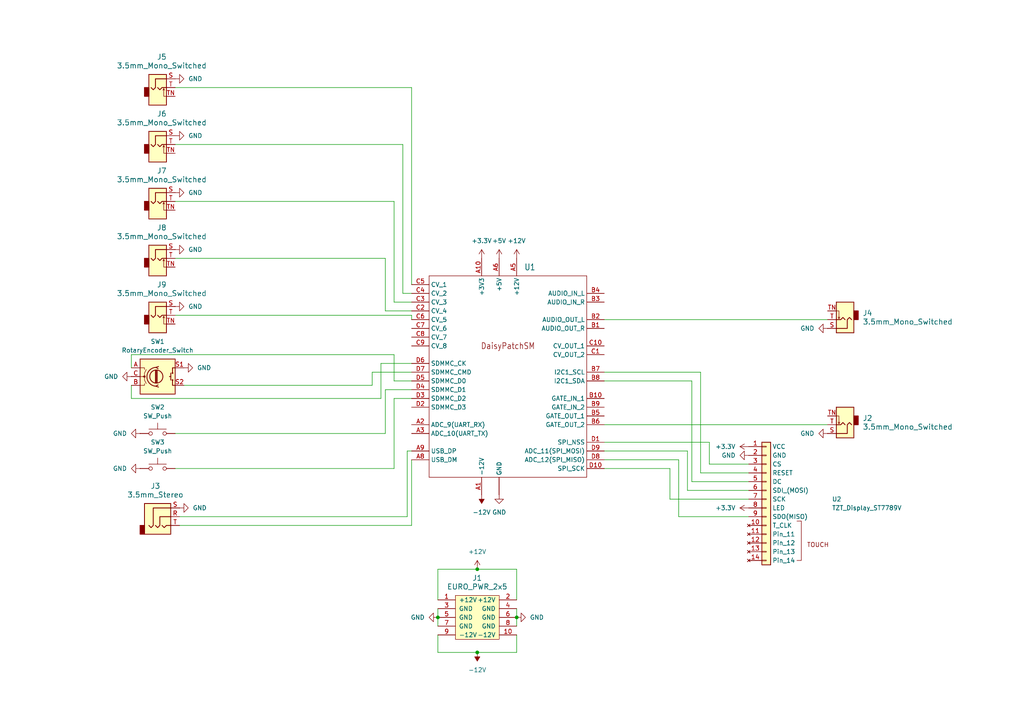
<source format=kicad_sch>
(kicad_sch (version 20231120) (generator "eeschema") (generator_version "8.0")
  (paper "A4")
  (lib_symbols
    (symbol "Device:RotaryEncoder_Switch" (pin_names (offset 0.254) hide)
      (property "Reference" "SW" (at 0 6.604 0))
      (property "Value" "RotaryEncoder_Switch" (at 0 -6.604 0))
      (symbol "RotaryEncoder_Switch_0_1"
        (rectangle (start -5.08 5.08) (end 5.08 -5.08) (stroke (width 0.254)) (fill (type background)))
        (circle (center -3.81 0) (radius 0.254) (fill (type outline)))
        (circle (center -0.381 0) (radius 1.905) (stroke (width 0.254)))
        (arc (start -0.381 2.667) (mid -3.0988 -0.0635) (end -0.381 -2.794) (stroke (width 0.254)))
        (polyline (pts (xy -0.635 -1.778) (xy -0.635 1.778)) (stroke (width 0.254)))
        (polyline (pts (xy -0.381 -1.778) (xy -0.381 1.778)) (stroke (width 0.254)))
        (polyline (pts (xy -0.127 1.778) (xy -0.127 -1.778)) (stroke (width 0.254)))
        (polyline (pts (xy 3.81 0) (xy 3.429 0)) (stroke (width 0.254)))
        (polyline (pts (xy 3.81 1.016) (xy 3.81 -1.016)) (stroke (width 0.254)))
        (polyline (pts (xy -5.08 -2.54) (xy -3.81 -2.54) (xy -3.81 -2.032)))
        (polyline (pts (xy -5.08 2.54) (xy -3.81 2.54) (xy -3.81 2.032)))
        (polyline (pts (xy 0.254 -3.048) (xy -0.508 -2.794) (xy 0.127 -2.413)) (stroke (width 0.254)))
        (polyline (pts (xy 0.254 2.921) (xy -0.508 2.667) (xy 0.127 2.286)) (stroke (width 0.254)))
        (polyline (pts (xy 5.08 -2.54) (xy 4.318 -2.54) (xy 4.318 -1.016)) (stroke (width 0.254)))
        (polyline (pts (xy 5.08 2.54) (xy 4.318 2.54) (xy 4.318 1.016)) (stroke (width 0.254)))
        (polyline (pts (xy -5.08 0) (xy -3.81 0) (xy -3.81 -1.016) (xy -3.302 -2.032)))
        (polyline (pts (xy -4.318 0) (xy -3.81 0) (xy -3.81 1.016) (xy -3.302 2.032)))
        (circle (center 4.318 -1.016) (radius 0.127) (stroke (width 0.254)))
        (circle (center 4.318 1.016) (radius 0.127) (stroke (width 0.254)))
      )
      (symbol "RotaryEncoder_Switch_1_1"
        (pin passive line (at -7.62 2.54 0) (length 2.54) (name "A") (number "A"))
        (pin passive line (at -7.62 -2.54 0) (length 2.54) (name "B") (number "B"))
        (pin passive line (at -7.62 0 0) (length 2.54) (name "C") (number "C"))
        (pin passive line (at 7.62 2.54 180) (length 2.54) (name "S1") (number "S1"))
        (pin passive line (at 7.62 -2.54 180) (length 2.54) (name "S2") (number "S2"))
      )
    )
    (symbol "KitsBlips:+12V" (power) (pin_numbers hide) (pin_names (offset 0) hide)
      (property "Value" "+12V" (at 0 3.556 0))
      (symbol "+12V_0_1"
        (polyline (pts (xy -0.762 1.27) (xy 0 2.54)))
        (polyline (pts (xy 0 0) (xy 0 2.54)))
        (polyline (pts (xy 0 2.54) (xy 0.762 1.27)))
      )
      (symbol "+12V_1_1"
        (pin power_in line (at 0 0 90) (length 0) (name "~") (number "1"))
      )
    )
    (symbol "KitsBlips:+5V" (power) (pin_numbers hide) (pin_names (offset 0) hide)
      (property "Value" "+5V" (at 0 3.556 0))
      (symbol "+5V_0_1"
        (polyline (pts (xy -0.762 1.27) (xy 0 2.54)))
        (polyline (pts (xy 0 0) (xy 0 2.54)))
        (polyline (pts (xy 0 2.54) (xy 0.762 1.27)))
      )
      (symbol "+5V_1_1"
        (pin power_in line (at 0 0 90) (length 0) (name "~") (number "1"))
      )
    )
    (symbol "KitsBlips:-12V" (power) (pin_numbers hide) (pin_names (offset 0) hide)
      (property "Value" "-12V" (at 0 3.556 0))
      (symbol "-12V_0_0"
        (pin power_in line (at 0 0 90) (length 0) (name "~") (number "1"))
      )
      (symbol "-12V_0_1"
        (polyline (pts (xy 0 0) (xy 0 1.27) (xy 0.762 1.27) (xy 0 2.54) (xy -0.762 1.27) (xy 0 1.27)) (fill (type outline)))
      )
    )
    (symbol "KitsBlips:3.5mm_Mono_Switched" (pin_names (offset 0) hide)
      (property "Reference" "J" (at -5.588 -6.35 0))
      (property "Value" "3.5mm_Mono_Switched" (at -1.27 7.112 0))
      (symbol "3.5mm_Mono_Switched_0_1"
        (rectangle (start -7.62 1.27) (end -8.89 -1.27) (stroke (width 0.254)) (fill (type outline)))
        (rectangle (start -7.62 5.08) (end -2.54 -3.81) (stroke (width 0.254)) (fill (type background)))
        (polyline (pts (xy -3.302 1.016) (xy -3.048 0.508)))
        (polyline (pts (xy -5.08 1.27) (xy -4.445 0.635) (xy -3.81 1.27) (xy -2.54 1.27)) (stroke (width 0.254)))
        (polyline (pts (xy -2.54 -1.27) (xy -3.302 -1.27) (xy -3.302 1.016) (xy -3.556 0.508)))
        (polyline (pts (xy -2.54 3.81) (xy -5.715 3.81) (xy -5.715 1.27) (xy -6.35 0.635) (xy -6.985 1.27)) (stroke (width 0.254)))
      )
      (symbol "3.5mm_Mono_Switched_1_1"
        (pin passive line (at 0 3.81 180) (length 2.54) (name "~") (number "S"))
        (pin passive line (at 0 1.27 180) (length 2.54) (name "~") (number "T"))
        (pin passive line (at 0 -1.27 180) (length 2.54) (name "~") (number "TN"))
      )
    )
    (symbol "KitsBlips:3.5mm_Stereo" (pin_names (offset 0) hide)
      (property "Reference" "J" (at -6.35 -7.62 0))
      (property "Value" "3.5mm_Stereo" (at -3.048 6.604 0))
      (symbol "3.5mm_Stereo_0_1"
        (rectangle (start -8.89 -5.08) (end -10.16 -2.54) (stroke (width 0.254)) (fill (type outline)))
        (rectangle (start -1.27 3.81) (end -8.89 -5.08) (stroke (width 0.254)) (fill (type background)))
        (polyline (pts (xy -3.81 -2.54) (xy -3.175 -3.175) (xy -2.54 -2.54) (xy -1.27 -2.54)) (stroke (width 0.254)))
        (polyline (pts (xy -5.715 -2.54) (xy -5.08 -3.175) (xy -4.445 -2.54) (xy -4.445 0) (xy -1.27 0)) (stroke (width 0.254)))
        (polyline (pts (xy -1.27 2.54) (xy -6.35 2.54) (xy -6.35 -2.54) (xy -6.985 -3.175) (xy -7.62 -2.54)) (stroke (width 0.254)))
      )
      (symbol "3.5mm_Stereo_1_1"
        (pin passive line (at 1.27 0 180) (length 2.54) (name "~") (number "R"))
        (pin passive line (at 1.27 2.54 180) (length 2.54) (name "~") (number "S"))
        (pin passive line (at 1.27 -2.54 180) (length 2.54) (name "~") (number "T"))
      )
    )
    (symbol "KitsBlips:Daisy_PatchSM_rev1"
      (property "Reference" "U" (at 15.24 27.94 0))
      (symbol "Daisy_PatchSM_rev1_1_0"
        (polyline (pts (xy -22.86 -30.48) (xy 22.86 -30.48)) (stroke (width 0.1524)))
        (polyline (pts (xy -22.86 27.94) (xy -22.86 -30.48)) (stroke (width 0.1524)))
        (polyline (pts (xy 22.86 -30.48) (xy 22.86 27.94)) (stroke (width 0.1524)))
        (polyline (pts (xy 22.86 27.94) (xy -22.86 27.94)) (stroke (width 0.1524)))
        (text "DaisyPatchSM" (at 0 7.62 0) (effects (font (size 1.778 1.5113))))
        (pin bidirectional line (at -7.62 -35.56 90) (length 5.08) (name "-12V") (number "A1"))
        (pin bidirectional line (at -7.62 33.02 270) (length 5.08) (name "+3V3") (number "A10"))
        (pin bidirectional line (at -27.94 -15.24 0) (length 5.08) (name "ADC_9(UART_RX)") (number "A2"))
        (pin bidirectional line (at -27.94 -17.78 0) (length 5.08) (name "ADC_10(UART_TX)") (number "A3"))
        (pin bidirectional line (at -2.54 -35.56 90) (length 5.08) (name "GND") (number "A4"))
        (pin bidirectional line (at 2.54 33.02 270) (length 5.08) (name "+12V") (number "A5"))
        (pin bidirectional line (at -2.54 33.02 270) (length 5.08) (name "+5V") (number "A6"))
        (pin bidirectional line (at -2.54 -35.56 90) (length 5.08) (name "GND") (number "A7"))
        (pin bidirectional line (at -27.94 -25.4 0) (length 5.08) (name "USB_DM") (number "A8"))
        (pin bidirectional line (at -27.94 -22.86 0) (length 5.08) (name "USB_DP") (number "A9"))
        (pin bidirectional line (at 27.94 12.7 180) (length 5.08) (name "AUDIO_OUT_R") (number "B1"))
        (pin bidirectional line (at 27.94 -7.62 180) (length 5.08) (name "GATE_IN_1") (number "B10"))
        (pin bidirectional line (at 27.94 15.24 180) (length 5.08) (name "AUDIO_OUT_L") (number "B2"))
        (pin bidirectional line (at 27.94 20.32 180) (length 5.08) (name "AUDIO_IN_R") (number "B3"))
        (pin bidirectional line (at 27.94 22.86 180) (length 5.08) (name "AUDIO_IN_L") (number "B4"))
        (pin bidirectional line (at 27.94 -12.7 180) (length 5.08) (name "GATE_OUT_1") (number "B5"))
        (pin bidirectional line (at 27.94 -15.24 180) (length 5.08) (name "GATE_OUT_2") (number "B6"))
        (pin bidirectional line (at 27.94 0 180) (length 5.08) (name "I2C1_SCL") (number "B7"))
        (pin bidirectional line (at 27.94 -2.54 180) (length 5.08) (name "I2C1_SDA") (number "B8"))
        (pin bidirectional line (at 27.94 -10.16 180) (length 5.08) (name "GATE_IN_2") (number "B9"))
        (pin bidirectional line (at 27.94 5.08 180) (length 5.08) (name "CV_OUT_2") (number "C1"))
        (pin bidirectional line (at 27.94 7.62 180) (length 5.08) (name "CV_OUT_1") (number "C10"))
        (pin bidirectional line (at -27.94 17.78 0) (length 5.08) (name "CV_4") (number "C2"))
        (pin bidirectional line (at -27.94 20.32 0) (length 5.08) (name "CV_3") (number "C3"))
        (pin bidirectional line (at -27.94 22.86 0) (length 5.08) (name "CV_2") (number "C4"))
        (pin bidirectional line (at -27.94 25.4 0) (length 5.08) (name "CV_1") (number "C5"))
        (pin bidirectional line (at -27.94 15.24 0) (length 5.08) (name "CV_5") (number "C6"))
        (pin bidirectional line (at -27.94 12.7 0) (length 5.08) (name "CV_6") (number "C7"))
        (pin bidirectional line (at -27.94 10.16 0) (length 5.08) (name "CV_7") (number "C8"))
        (pin bidirectional line (at -27.94 7.62 0) (length 5.08) (name "CV_8") (number "C9"))
        (pin bidirectional line (at 27.94 -20.32 180) (length 5.08) (name "SPI_NSS") (number "D1"))
        (pin bidirectional line (at 27.94 -27.94 180) (length 5.08) (name "SPI_SCK") (number "D10"))
        (pin bidirectional line (at -27.94 -10.16 0) (length 5.08) (name "SDMMC_D3") (number "D2"))
        (pin bidirectional line (at -27.94 -7.62 0) (length 5.08) (name "SDMMC_D2") (number "D3"))
        (pin bidirectional line (at -27.94 -5.08 0) (length 5.08) (name "SDMMC_D1") (number "D4"))
        (pin bidirectional line (at -27.94 -2.54 0) (length 5.08) (name "SDMMC_D0") (number "D5"))
        (pin bidirectional line (at -27.94 2.54 0) (length 5.08) (name "SDMMC_CK") (number "D6"))
        (pin bidirectional line (at -27.94 0 0) (length 5.08) (name "SDMMC_CMD") (number "D7"))
        (pin bidirectional line (at 27.94 -25.4 180) (length 5.08) (name "ADC_12(SPI_MISO)") (number "D8"))
        (pin bidirectional line (at 27.94 -22.86 180) (length 5.08) (name "ADC_11(SPI_MOSI)") (number "D9"))
      )
    )
    (symbol "KitsBlips:SW_Push" (pin_numbers hide) (pin_names (offset 1.016) hide)
      (property "Reference" "SW" (at 1.27 2.54 0))
      (property "Value" "SW_Push" (at 0 -1.524 0))
      (symbol "SW_Push_0_1"
        (circle (center -2.032 0) (radius 0.508))
        (polyline (pts (xy 0 1.27) (xy 0 3.048)))
        (polyline (pts (xy 2.54 1.27) (xy -2.54 1.27)))
        (circle (center 2.032 0) (radius 0.508))
        (pin passive line (at -5.08 0 0) (length 2.54) (name "1") (number "1"))
        (pin passive line (at 5.08 0 180) (length 2.54) (name "2") (number "2"))
      )
    )
    (symbol "KitsBlips:TZT_Display_ST7789V" (pin_names (offset 3.048))
      (property "Reference" "U" (at 0 17.78 0))
      (property "Value" "TZT_Display_ST7789V" (at 0 -20.32 0))
      (symbol "TZT_Display_ST7789V_0_1"
        (polyline (pts (xy 10.16 -6.35) (xy 8.89 -6.35)))
        (polyline (pts (xy 10.16 -6.35) (xy 10.16 -17.78) (xy 8.89 -17.78) (xy 8.89 -17.78)))
      )
      (symbol "TZT_Display_ST7789V_1_1"
        (rectangle (start -1.27 -17.653) (end 0 -17.907) (stroke (width 0.1524)))
        (rectangle (start -1.27 -15.113) (end 0 -15.367) (stroke (width 0.1524)))
        (rectangle (start -1.27 -12.573) (end 0 -12.827) (stroke (width 0.1524)))
        (rectangle (start -1.27 -10.033) (end 0 -10.287) (stroke (width 0.1524)))
        (rectangle (start -1.27 -7.493) (end 0 -7.747) (stroke (width 0.1524)))
        (rectangle (start -1.27 -4.953) (end 0 -5.207) (stroke (width 0.1524)))
        (rectangle (start -1.27 -2.413) (end 0 -2.667) (stroke (width 0.1524)))
        (rectangle (start -1.27 0.127) (end 0 -0.127) (stroke (width 0.1524)))
        (rectangle (start -1.27 2.667) (end 0 2.413) (stroke (width 0.1524)))
        (rectangle (start -1.27 5.207) (end 0 4.953) (stroke (width 0.1524)))
        (rectangle (start -1.27 7.747) (end 0 7.493) (stroke (width 0.1524)))
        (rectangle (start -1.27 10.287) (end 0 10.033) (stroke (width 0.1524)))
        (rectangle (start -1.27 12.827) (end 0 12.573) (stroke (width 0.1524)))
        (rectangle (start -1.27 15.367) (end 0 15.113) (stroke (width 0.1524)))
        (rectangle (start -1.27 16.51) (end 1.27 -19.05) (stroke (width 0.254)) (fill (type background)))
        (text "TOUCH\n" (at 14.986 -13.208 0) (effects (font (size 1.27 1.27))))
        (pin power_out line (at -5.08 15.24 0) (length 3.81) (name "VCC") (number "1"))
        (pin no_connect line (at -5.08 -7.62 0) (length 3.81) (name "T_CLK") (number "10"))
        (pin no_connect line (at -5.08 -10.16 0) (length 3.81) (name "Pin_11") (number "11"))
        (pin no_connect line (at -5.08 -12.7 0) (length 3.81) (name "Pin_12") (number "12"))
        (pin no_connect line (at -5.08 -15.24 0) (length 3.81) (name "Pin_13") (number "13"))
        (pin no_connect line (at -5.08 -17.78 0) (length 3.81) (name "Pin_14") (number "14"))
        (pin power_out line (at -5.08 12.7 0) (length 3.81) (name "GND") (number "2"))
        (pin bidirectional line (at -5.08 10.16 0) (length 3.81) (name "CS") (number "3"))
        (pin bidirectional line (at -5.08 7.62 0) (length 3.81) (name "RESET") (number "4"))
        (pin bidirectional line (at -5.08 5.08 0) (length 3.81) (name "DC") (number "5"))
        (pin bidirectional line (at -5.08 2.54 0) (length 3.81) (name "SDI_(MOSI)") (number "6"))
        (pin bidirectional line (at -5.08 0 0) (length 3.81) (name "SCK") (number "7"))
        (pin bidirectional line (at -5.08 -2.54 0) (length 3.81) (name "LED") (number "8"))
        (pin bidirectional line (at -5.08 -5.08 0) (length 3.81) (name "SDO(MISO)") (number "9"))
      )
    )
    (symbol "PCM_4ms_Power-symbol:+3.3V" (power) (pin_names (offset 0))
      (property "Value" "+3.3V" (at 0 3.556 0))
      (symbol "+3.3V_0_1"
        (polyline (pts (xy -0.762 1.27) (xy 0 2.54)))
        (polyline (pts (xy 0 0) (xy 0 2.54)))
        (polyline (pts (xy 0 2.54) (xy 0.762 1.27)))
      )
      (symbol "+3.3V_1_1"
        (pin power_in line (at 0 0 90) (length 0) hide (name "+3V3") (number "1"))
      )
    )
    (symbol "eurocad:EURO_PWR_2x5" (pin_names (offset 1.016))
      (property "Reference" "J" (at 0 -7.62 0))
      (property "Value" "EURO_PWR_2x5" (at 0 7.62 0))
      (symbol "EURO_PWR_2x5_0_1"
        (rectangle (start -6.35 6.35) (end 6.35 -6.35) (fill (type background)))
      )
      (symbol "EURO_PWR_2x5_1_1"
        (pin power_in line (at -11.43 5.08 0) (length 5.08) (name "+12V") (number "1"))
        (pin power_in line (at 11.43 -5.08 180) (length 5.08) (name "-12V") (number "10"))
        (pin power_in line (at 11.43 5.08 180) (length 5.08) (name "+12V") (number "2"))
        (pin power_in line (at -11.43 2.54 0) (length 5.08) (name "GND") (number "3"))
        (pin power_in line (at 11.43 2.54 180) (length 5.08) (name "GND") (number "4"))
        (pin power_in line (at -11.43 0 0) (length 5.08) (name "GND") (number "5"))
        (pin power_in line (at 11.43 0 180) (length 5.08) (name "GND") (number "6"))
        (pin power_in line (at -11.43 -2.54 0) (length 5.08) (name "GND") (number "7"))
        (pin power_in line (at 11.43 -2.54 180) (length 5.08) (name "GND") (number "8"))
        (pin power_in line (at -11.43 -5.08 0) (length 5.08) (name "-12V") (number "9"))
      )
    )
    (symbol "power:GND" (power) (pin_numbers hide) (pin_names (offset 0) hide)
      (property "Value" "GND" (at 0 -3.81 0))
      (symbol "GND_0_1"
        (polyline (pts (xy 0 0) (xy 0 -1.27) (xy 1.27 -1.27) (xy 0 -2.54) (xy -1.27 -1.27) (xy 0 -1.27)))
      )
      (symbol "GND_1_1"
        (pin power_in line (at 0 0 270) (length 0) (name "~") (number "1"))
      )
    )
  )
  (junction (at 138.43 165.1))
  (junction (at 138.43 189.23))
  (junction (at 127 179.07))
  (junction (at 149.86 179.07))
  (wire (pts (xy 175.26 110.49) (xy 200.66 110.49)))
  (wire (pts (xy 50.8 125.73) (xy 111.76 125.73)))
  (wire (pts (xy 127 179.07) (xy 127 181.61)))
  (wire (pts (xy 50.8 25.4) (xy 119.38 25.4)))
  (wire (pts (xy 38.1 111.76) (xy 38.1 115.57)))
  (wire (pts (xy 203.2 107.95) (xy 203.2 137.16)))
  (wire (pts (xy 53.34 111.76) (xy 107.95 111.76)))
  (wire (pts (xy 116.84 41.91) (xy 116.84 85.09)))
  (wire (pts (xy 38.1 102.87) (xy 114.3 102.87)))
  (wire (pts (xy 119.38 25.4) (xy 119.38 82.55)))
  (wire (pts (xy 50.8 41.91) (xy 116.84 41.91)))
  (wire (pts (xy 38.1 106.68) (xy 38.1 102.87)))
  (wire (pts (xy 114.3 110.49) (xy 119.38 110.49)))
  (wire (pts (xy 107.95 107.95) (xy 119.38 107.95)))
  (wire (pts (xy 175.26 135.89) (xy 194.31 135.89)))
  (wire (pts (xy 175.26 123.19) (xy 240.03 123.19)))
  (wire (pts (xy 50.8 58.42) (xy 114.3 58.42)))
  (wire (pts (xy 127 189.23) (xy 138.43 189.23)))
  (wire (pts (xy 203.2 137.16) (xy 217.17 137.16)))
  (wire (pts (xy 50.8 91.44) (xy 119.38 91.44)))
  (wire (pts (xy 50.8 74.93) (xy 111.76 74.93)))
  (wire (pts (xy 119.38 152.4) (xy 119.38 133.35)))
  (wire (pts (xy 110.49 105.41) (xy 110.49 115.57)))
  (wire (pts (xy 149.86 165.1) (xy 149.86 173.99)))
  (wire (pts (xy 50.8 135.89) (xy 114.3 135.89)))
  (wire (pts (xy 114.3 58.42) (xy 114.3 87.63)))
  (wire (pts (xy 127 173.99) (xy 127 165.1)))
  (wire (pts (xy 114.3 115.57) (xy 119.38 115.57)))
  (wire (pts (xy 200.66 110.49) (xy 200.66 139.7)))
  (wire (pts (xy 114.3 87.63) (xy 119.38 87.63)))
  (wire (pts (xy 111.76 125.73) (xy 111.76 113.03)))
  (wire (pts (xy 111.76 90.17) (xy 119.38 90.17)))
  (wire (pts (xy 196.85 149.86) (xy 217.17 149.86)))
  (wire (pts (xy 111.76 113.03) (xy 119.38 113.03)))
  (wire (pts (xy 149.86 176.53) (xy 149.86 179.07)))
  (wire (pts (xy 199.39 142.24) (xy 199.39 130.81)))
  (wire (pts (xy 196.85 149.86) (xy 196.85 133.35)))
  (wire (pts (xy 149.86 179.07) (xy 149.86 181.61)))
  (wire (pts (xy 38.1 115.57) (xy 110.49 115.57)))
  (wire (pts (xy 175.26 92.71) (xy 240.03 92.71)))
  (wire (pts (xy 194.31 144.78) (xy 217.17 144.78)))
  (wire (pts (xy 127 165.1) (xy 138.43 165.1)))
  (wire (pts (xy 175.26 107.95) (xy 203.2 107.95)))
  (wire (pts (xy 118.11 130.81) (xy 118.11 149.86)))
  (wire (pts (xy 199.39 142.24) (xy 217.17 142.24)))
  (wire (pts (xy 149.86 189.23) (xy 149.86 184.15)))
  (wire (pts (xy 111.76 74.93) (xy 111.76 90.17)))
  (wire (pts (xy 175.26 130.81) (xy 199.39 130.81)))
  (wire (pts (xy 205.74 134.62) (xy 217.17 134.62)))
  (wire (pts (xy 114.3 102.87) (xy 114.3 110.49)))
  (wire (pts (xy 107.95 111.76) (xy 107.95 107.95)))
  (wire (pts (xy 127 176.53) (xy 127 179.07)))
  (wire (pts (xy 119.38 91.44) (xy 119.38 92.71)))
  (wire (pts (xy 114.3 135.89) (xy 114.3 115.57)))
  (wire (pts (xy 127 184.15) (xy 127 189.23)))
  (wire (pts (xy 194.31 144.78) (xy 194.31 135.89)))
  (wire (pts (xy 110.49 105.41) (xy 119.38 105.41)))
  (wire (pts (xy 116.84 85.09) (xy 119.38 85.09)))
  (wire (pts (xy 175.26 133.35) (xy 196.85 133.35)))
  (wire (pts (xy 119.38 130.81) (xy 118.11 130.81)))
  (wire (pts (xy 175.26 128.27) (xy 205.74 128.27)))
  (wire (pts (xy 200.66 139.7) (xy 217.17 139.7)))
  (wire (pts (xy 205.74 128.27) (xy 205.74 134.62)))
  (wire (pts (xy 118.11 149.86) (xy 52.07 149.86)))
  (wire (pts (xy 52.07 152.4) (xy 119.38 152.4)))
  (wire (pts (xy 138.43 165.1) (xy 149.86 165.1)))
  (wire (pts (xy 138.43 189.23) (xy 149.86 189.23)))
  (symbol (lib_id "KitsBlips:SW_Push") (at 45.72 125.73 0) (unit 1)
    (property "Reference" "SW2" (at 45.72 118.11 0))
    (property "Value" "SW_Push" (at 45.72 120.65 0))
    (property "Footprint" "Button_Switch_THT:SW_PUSH_6mm_H13mm" (effects (hide yes)))
    (property "Description" "Push button switch, generic, two pins" (effects (hide yes)))
  )
  (symbol (lib_id "KitsBlips:TZT_Display_ST7789V") (at 222.25 144.78 0) (unit 1)
    (property "Reference" "U2" (at 241.3 144.7799 0) (effects (justify left)))
    (property "Value" "TZT_Display_ST7789V" (at 241.3 147.3199 0) (effects (justify left)))
    (property "Footprint" "KitsBlips:TZT_Display_ST7789V" (effects (hide yes)))
    (property "Datasheet" "https://www.aliexpress.us/item/3256805435465934.html" (effects (hide yes)))
    (property "Description" "TZT 2.4\" 2.4 inch 240x320 SPI TFT Serial Port Module 5V/3.3V PCB Adapter Micro SD Card ILI9341 / ST7789V LCD Display For Arduino" (effects (hide yes)))
  )
  (symbol (lib_id "power:GND") (at 38.1 109.22 270) (unit 1)
    (property "Reference" "#PWR019" (effects (hide yes)))
    (property "Value" "GND" (at 34.29 109.2199 90) (effects (justify right)))
    (property "Description" "Power symbol creates a global label with name \"GND\" , ground" (effects (hide yes)))
  )
  (symbol (lib_id "power:GND") (at 127 179.07 270) (unit 1)
    (property "Reference" "#PWR02" (effects (hide yes)))
    (property "Value" "GND" (at 123.19 179.0699 90) (effects (justify right)))
    (property "Description" "Power symbol creates a global label with name \"GND\" , ground" (effects (hide yes)))
  )
  (symbol (lib_id "eurocad:EURO_PWR_2x5") (at 138.43 179.07 0) (unit 1)
    (property "Reference" "J1" (at 138.43 167.64 0) (effects (font (size 1.524 1.524))))
    (property "Value" "EURO_PWR_2x5" (at 138.43 170.18 0) (effects (font (size 1.524 1.524))))
    (property "Footprint" "KitsBlips:Pins_2x05_2.54mm_TH_Europower_shrouded" (effects (hide yes)))
  )
  (symbol (lib_id "KitsBlips:3.5mm_Mono_Switched") (at 240.03 121.92 180) (unit 1)
    (property "Reference" "J2" (at 250.19 121.2849 0) (effects (font (size 1.524 1.524)) (justify right)))
    (property "Value" "3.5mm_Mono_Switched" (at 250.19 123.8249 0) (effects (font (size 1.524 1.524)) (justify right)))
    (property "Footprint" "Connector_Audio:Jack_3.5mm_QingPu_WQP-PJ398SM_Vertical_CircularHoles" (effects (hide yes)))
    (property "Description" "Audio 3.5mm Jack, mono, switched, PC-pin Vertical" (effects (hide yes)))
    (property "Specifications" "Audio 3.5mm Jack, mono, switched, PC-pin Vertical" (effects (hide yes)))
    (property "Manufacturer" "Wenzhou QingPu Electronics Co" (effects (hide yes)))
    (property "Part Number" "WQP-WQP518MA" (effects (hide yes)))
  )
  (symbol (lib_id "KitsBlips:Daisy_PatchSM_rev1") (at 147.32 107.95 0) (unit 1)
    (property "Reference" "U1" (at 152.0541 77.47 0) (effects (font (size 1.778 1.5113)) (justify left)))
    (property "Footprint" "KitsBlips:ES_DAISY_PATCH_SM_REV1" (effects (hide yes)))
    (property "Description" "Daisy Patch SM" (effects (hide yes)))
  )
  (symbol (lib_id "KitsBlips:3.5mm_Mono_Switched") (at 50.8 76.2 0) (unit 1)
    (property "Reference" "J8" (at 46.9265 66.04 0) (effects (font (size 1.524 1.524))))
    (property "Value" "3.5mm_Mono_Switched" (at 46.9265 68.58 0) (effects (font (size 1.524 1.524))))
    (property "Footprint" "Connector_Audio:Jack_3.5mm_QingPu_WQP-PJ398SM_Vertical_CircularHoles" (effects (hide yes)))
    (property "Description" "Audio 3.5mm Jack, mono, switched, PC-pin Vertical" (effects (hide yes)))
    (property "Specifications" "Audio 3.5mm Jack, mono, switched, PC-pin Vertical" (effects (hide yes)))
    (property "Manufacturer" "Wenzhou QingPu Electronics Co" (effects (hide yes)))
    (property "Part Number" "WQP-WQP518MA" (effects (hide yes)))
  )
  (symbol (lib_id "KitsBlips:-12V") (at 138.43 189.23 180) (unit 1)
    (property "Reference" "#PWR05" (effects (hide yes)))
    (property "Value" "-12V" (at 138.43 194.31 0))
    (property "Description" "Power symbol creates a global label with name \"-12V\"" (effects (hide yes)))
  )
  (symbol (lib_id "power:GND") (at 240.03 125.73 270) (unit 1)
    (property "Reference" "#PWR010" (effects (hide yes)))
    (property "Value" "GND" (at 236.22 125.7299 90) (effects (justify right)))
    (property "Description" "Power symbol creates a global label with name \"GND\" , ground" (effects (hide yes)))
  )
  (symbol (lib_id "KitsBlips:SW_Push") (at 45.72 135.89 0) (unit 1)
    (property "Reference" "SW3" (at 45.72 128.27 0))
    (property "Value" "SW_Push" (at 45.72 130.81 0))
    (property "Footprint" "Button_Switch_THT:SW_PUSH_6mm_H13mm" (effects (hide yes)))
    (property "Description" "Push button switch, generic, two pins" (effects (hide yes)))
  )
  (symbol (lib_id "PCM_4ms_Power-symbol:+3.3V") (at 217.17 147.32 90) (unit 1)
    (property "Reference" "#PWR014" (effects (hide yes)))
    (property "Value" "+3.3V" (at 213.36 147.3199 90) (effects (justify left)))
  )
  (symbol (lib_id "KitsBlips:+5V") (at 144.78 74.93 0) (unit 1)
    (property "Reference" "#PWR09" (effects (hide yes)))
    (property "Value" "+5V" (at 144.78 69.85 0))
    (property "Description" "Power symbol creates a global label with name \"+5V\"" (effects (hide yes)))
  )
  (symbol (lib_id "KitsBlips:3.5mm_Mono_Switched") (at 50.8 59.69 0) (unit 1)
    (property "Reference" "J7" (at 46.9265 49.53 0) (effects (font (size 1.524 1.524))))
    (property "Value" "3.5mm_Mono_Switched" (at 46.9265 52.07 0) (effects (font (size 1.524 1.524))))
    (property "Footprint" "Connector_Audio:Jack_3.5mm_QingPu_WQP-PJ398SM_Vertical_CircularHoles" (effects (hide yes)))
    (property "Description" "Audio 3.5mm Jack, mono, switched, PC-pin Vertical" (effects (hide yes)))
    (property "Specifications" "Audio 3.5mm Jack, mono, switched, PC-pin Vertical" (effects (hide yes)))
    (property "Manufacturer" "Wenzhou QingPu Electronics Co" (effects (hide yes)))
    (property "Part Number" "WQP-WQP518MA" (effects (hide yes)))
  )
  (symbol (lib_id "power:GND") (at 50.8 72.39 90) (unit 1)
    (property "Reference" "#PWR021" (effects (hide yes)))
    (property "Value" "GND" (at 54.61 72.3899 90) (effects (justify right)))
    (property "Description" "Power symbol creates a global label with name \"GND\" , ground" (effects (hide yes)))
  )
  (symbol (lib_id "power:GND") (at 40.64 125.73 270) (unit 1)
    (property "Reference" "#PWR017" (effects (hide yes)))
    (property "Value" "GND" (at 36.83 125.7299 90) (effects (justify right)))
    (property "Description" "Power symbol creates a global label with name \"GND\" , ground" (effects (hide yes)))
  )
  (symbol (lib_id "power:GND") (at 53.34 106.68 90) (unit 1)
    (property "Reference" "#PWR018" (effects (hide yes)))
    (property "Value" "GND" (at 57.15 106.6799 90) (effects (justify right)))
    (property "Description" "Power symbol creates a global label with name \"GND\" , ground" (effects (hide yes)))
  )
  (symbol (lib_id "KitsBlips:3.5mm_Stereo") (at 50.8 149.86 0) (unit 1)
    (property "Reference" "J3" (at 45.085 140.97 0) (effects (font (size 1.524 1.524))))
    (property "Value" "3.5mm_Stereo" (at 45.085 143.51 0) (effects (font (size 1.524 1.524))))
    (property "Footprint" "KitsBlips:Stereo_Thonk_PJ366ST" (effects (hide yes)))
    (property "Description" "Audio 3.5mm Jack, stereo, PC-pin Vertical" (effects (hide yes)))
    (property "Specifications" "Audio 3.5mm Jack, Stereo, PC-pin Vertical" (effects (hide yes)))
    (property "Manufacturer" "Wenzhou QingPu Electronics Co" (effects (hide yes)))
    (property "Part Number" "WQP-WQP419GR" (effects (hide yes)))
  )
  (symbol (lib_id "power:GND") (at 144.78 143.51 0) (unit 1)
    (property "Reference" "#PWR08" (effects (hide yes)))
    (property "Value" "GND" (at 144.78 148.59 0))
    (property "Description" "Power symbol creates a global label with name \"GND\" , ground" (effects (hide yes)))
  )
  (symbol (lib_id "power:GND") (at 50.8 22.86 90) (unit 1)
    (property "Reference" "#PWR024" (effects (hide yes)))
    (property "Value" "GND" (at 54.61 22.8599 90) (effects (justify right)))
    (property "Description" "Power symbol creates a global label with name \"GND\" , ground" (effects (hide yes)))
  )
  (symbol (lib_id "power:GND") (at 50.8 88.9 90) (unit 1)
    (property "Reference" "#PWR020" (effects (hide yes)))
    (property "Value" "GND" (at 54.61 88.8999 90) (effects (justify right)))
    (property "Description" "Power symbol creates a global label with name \"GND\" , ground" (effects (hide yes)))
  )
  (symbol (lib_id "KitsBlips:3.5mm_Mono_Switched") (at 240.03 91.44 180) (unit 1)
    (property "Reference" "J4" (at 250.19 90.8049 0) (effects (font (size 1.524 1.524)) (justify right)))
    (property "Value" "3.5mm_Mono_Switched" (at 250.19 93.3449 0) (effects (font (size 1.524 1.524)) (justify right)))
    (property "Footprint" "Connector_Audio:Jack_3.5mm_QingPu_WQP-PJ398SM_Vertical_CircularHoles" (effects (hide yes)))
    (property "Description" "Audio 3.5mm Jack, mono, switched, PC-pin Vertical" (effects (hide yes)))
    (property "Specifications" "Audio 3.5mm Jack, mono, switched, PC-pin Vertical" (effects (hide yes)))
    (property "Manufacturer" "Wenzhou QingPu Electronics Co" (effects (hide yes)))
    (property "Part Number" "WQP-WQP518MA" (effects (hide yes)))
  )
  (symbol (lib_id "PCM_4ms_Power-symbol:+3.3V") (at 217.17 129.54 90) (unit 1)
    (property "Reference" "#PWR015" (effects (hide yes)))
    (property "Value" "+3.3V" (at 213.36 129.5399 90) (effects (justify left)))
  )
  (symbol (lib_id "power:GND") (at 40.64 135.89 270) (unit 1)
    (property "Reference" "#PWR016" (effects (hide yes)))
    (property "Value" "GND" (at 36.83 135.8899 90) (effects (justify right)))
    (property "Description" "Power symbol creates a global label with name \"GND\" , ground" (effects (hide yes)))
  )
  (symbol (lib_id "power:GND") (at 240.03 95.25 270) (unit 1)
    (property "Reference" "#PWR012" (effects (hide yes)))
    (property "Value" "GND" (at 236.22 95.2499 90) (effects (justify right)))
    (property "Description" "Power symbol creates a global label with name \"GND\" , ground" (effects (hide yes)))
  )
  (symbol (lib_id "KitsBlips:3.5mm_Mono_Switched") (at 50.8 92.71 0) (unit 1)
    (property "Reference" "J9" (at 46.9265 82.55 0) (effects (font (size 1.524 1.524))))
    (property "Value" "3.5mm_Mono_Switched" (at 46.9265 85.09 0) (effects (font (size 1.524 1.524))))
    (property "Footprint" "Connector_Audio:Jack_3.5mm_QingPu_WQP-PJ398SM_Vertical_CircularHoles" (effects (hide yes)))
    (property "Description" "Audio 3.5mm Jack, mono, switched, PC-pin Vertical" (effects (hide yes)))
    (property "Specifications" "Audio 3.5mm Jack, mono, switched, PC-pin Vertical" (effects (hide yes)))
    (property "Manufacturer" "Wenzhou QingPu Electronics Co" (effects (hide yes)))
    (property "Part Number" "WQP-WQP518MA" (effects (hide yes)))
  )
  (symbol (lib_id "KitsBlips:3.5mm_Mono_Switched") (at 50.8 26.67 0) (unit 1)
    (property "Reference" "J5" (at 46.9265 16.51 0) (effects (font (size 1.524 1.524))))
    (property "Value" "3.5mm_Mono_Switched" (at 46.9265 19.05 0) (effects (font (size 1.524 1.524))))
    (property "Footprint" "Connector_Audio:Jack_3.5mm_QingPu_WQP-PJ398SM_Vertical_CircularHoles" (effects (hide yes)))
    (property "Description" "Audio 3.5mm Jack, mono, switched, PC-pin Vertical" (effects (hide yes)))
    (property "Specifications" "Audio 3.5mm Jack, mono, switched, PC-pin Vertical" (effects (hide yes)))
    (property "Manufacturer" "Wenzhou QingPu Electronics Co" (effects (hide yes)))
    (property "Part Number" "WQP-WQP518MA" (effects (hide yes)))
  )
  (symbol (lib_id "power:GND") (at 50.8 39.37 90) (unit 1)
    (property "Reference" "#PWR023" (effects (hide yes)))
    (property "Value" "GND" (at 54.61 39.3699 90) (effects (justify right)))
    (property "Description" "Power symbol creates a global label with name \"GND\" , ground" (effects (hide yes)))
  )
  (symbol (lib_id "power:GND") (at 50.8 55.88 90) (unit 1)
    (property "Reference" "#PWR022" (effects (hide yes)))
    (property "Value" "GND" (at 54.61 55.8799 90) (effects (justify right)))
    (property "Description" "Power symbol creates a global label with name \"GND\" , ground" (effects (hide yes)))
  )
  (symbol (lib_id "power:GND") (at 217.17 132.08 270) (unit 1)
    (property "Reference" "#PWR011" (effects (hide yes)))
    (property "Value" "GND" (at 213.36 132.0799 90) (effects (justify right)))
    (property "Description" "Power symbol creates a global label with name \"GND\" , ground" (effects (hide yes)))
  )
  (symbol (lib_id "power:GND") (at 149.86 179.07 90) (unit 1)
    (property "Reference" "#PWR03" (effects (hide yes)))
    (property "Value" "GND" (at 153.67 179.0699 90) (effects (justify right)))
    (property "Description" "Power symbol creates a global label with name \"GND\" , ground" (effects (hide yes)))
  )
  (symbol (lib_id "KitsBlips:+12V") (at 138.43 165.1 0) (unit 1)
    (property "Reference" "#PWR04" (effects (hide yes)))
    (property "Value" "+12V" (at 138.43 160.02 0))
    (property "Description" "Power symbol creates a global label with name \"+12V\"" (effects (hide yes)))
  )
  (symbol (lib_id "PCM_4ms_Power-symbol:+3.3V") (at 139.7 74.93 0) (unit 1)
    (property "Reference" "#PWR013" (effects (hide yes)))
    (property "Value" "+3.3V" (at 139.7 69.85 0))
  )
  (symbol (lib_id "KitsBlips:3.5mm_Mono_Switched") (at 50.8 43.18 0) (unit 1)
    (property "Reference" "J6" (at 46.9265 33.02 0) (effects (font (size 1.524 1.524))))
    (property "Value" "3.5mm_Mono_Switched" (at 46.9265 35.56 0) (effects (font (size 1.524 1.524))))
    (property "Footprint" "Connector_Audio:Jack_3.5mm_QingPu_WQP-PJ398SM_Vertical_CircularHoles" (effects (hide yes)))
    (property "Description" "Audio 3.5mm Jack, mono, switched, PC-pin Vertical" (effects (hide yes)))
    (property "Specifications" "Audio 3.5mm Jack, mono, switched, PC-pin Vertical" (effects (hide yes)))
    (property "Manufacturer" "Wenzhou QingPu Electronics Co" (effects (hide yes)))
    (property "Part Number" "WQP-WQP518MA" (effects (hide yes)))
  )
  (symbol (lib_id "KitsBlips:+12V") (at 149.86 74.93 0) (unit 1)
    (property "Reference" "#PWR06" (effects (hide yes)))
    (property "Value" "+12V" (at 149.86 69.85 0))
    (property "Description" "Power symbol creates a global label with name \"+12V\"" (effects (hide yes)))
  )
  (symbol (lib_id "Device:RotaryEncoder_Switch") (at 45.72 109.22 0) (unit 1)
    (property "Reference" "SW1" (at 45.72 99.06 0))
    (property "Value" "RotaryEncoder_Switch" (at 45.72 101.6 0))
    (property "Footprint" "Rotary_Encoder:RotaryEncoder_Bourns_Vertical_PEC12R-3x17F-Sxxxx" (effects (hide yes)))
    (property "Description" "Rotary encoder, dual channel, incremental quadrate outputs, with switch" (effects (hide yes)))
  )
  (symbol (lib_id "power:GND") (at 52.07 147.32 90) (unit 1)
    (property "Reference" "#PWR01" (effects (hide yes)))
    (property "Value" "GND" (at 55.88 147.3199 90) (effects (justify right)))
    (property "Description" "Power symbol creates a global label with name \"GND\" , ground" (effects (hide yes)))
  )
  (symbol (lib_id "KitsBlips:-12V") (at 139.7 143.51 180) (unit 1)
    (property "Reference" "#PWR07" (effects (hide yes)))
    (property "Value" "-12V" (at 139.7 148.59 0))
    (property "Description" "Power symbol creates a global label with name \"-12V\"" (effects (hide yes)))
  )
)
</source>
